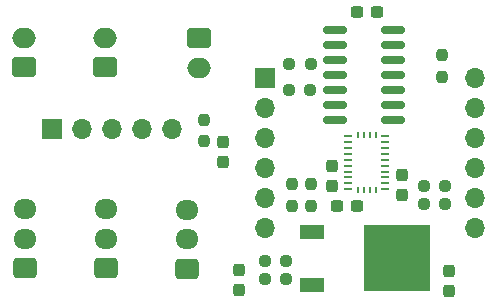
<source format=gts>
G04 #@! TF.GenerationSoftware,KiCad,Pcbnew,7.0.8*
G04 #@! TF.CreationDate,2024-04-19T19:29:06-04:00*
G04 #@! TF.ProjectId,2 Axis Gimbal,32204178-6973-4204-9769-6d62616c2e6b,rev?*
G04 #@! TF.SameCoordinates,Original*
G04 #@! TF.FileFunction,Soldermask,Top*
G04 #@! TF.FilePolarity,Negative*
%FSLAX46Y46*%
G04 Gerber Fmt 4.6, Leading zero omitted, Abs format (unit mm)*
G04 Created by KiCad (PCBNEW 7.0.8) date 2024-04-19 19:29:06*
%MOMM*%
%LPD*%
G01*
G04 APERTURE LIST*
G04 Aperture macros list*
%AMRoundRect*
0 Rectangle with rounded corners*
0 $1 Rounding radius*
0 $2 $3 $4 $5 $6 $7 $8 $9 X,Y pos of 4 corners*
0 Add a 4 corners polygon primitive as box body*
4,1,4,$2,$3,$4,$5,$6,$7,$8,$9,$2,$3,0*
0 Add four circle primitives for the rounded corners*
1,1,$1+$1,$2,$3*
1,1,$1+$1,$4,$5*
1,1,$1+$1,$6,$7*
1,1,$1+$1,$8,$9*
0 Add four rect primitives between the rounded corners*
20,1,$1+$1,$2,$3,$4,$5,0*
20,1,$1+$1,$4,$5,$6,$7,0*
20,1,$1+$1,$6,$7,$8,$9,0*
20,1,$1+$1,$8,$9,$2,$3,0*%
G04 Aperture macros list end*
%ADD10RoundRect,0.237500X-0.237500X0.300000X-0.237500X-0.300000X0.237500X-0.300000X0.237500X0.300000X0*%
%ADD11RoundRect,0.237500X0.237500X-0.300000X0.237500X0.300000X-0.237500X0.300000X-0.237500X-0.300000X0*%
%ADD12RoundRect,0.237500X0.250000X0.237500X-0.250000X0.237500X-0.250000X-0.237500X0.250000X-0.237500X0*%
%ADD13RoundRect,0.237500X0.237500X-0.250000X0.237500X0.250000X-0.237500X0.250000X-0.237500X-0.250000X0*%
%ADD14RoundRect,0.237500X0.237500X-0.287500X0.237500X0.287500X-0.237500X0.287500X-0.237500X-0.287500X0*%
%ADD15RoundRect,0.237500X-0.237500X0.250000X-0.237500X-0.250000X0.237500X-0.250000X0.237500X0.250000X0*%
%ADD16RoundRect,0.250000X-0.750000X0.600000X-0.750000X-0.600000X0.750000X-0.600000X0.750000X0.600000X0*%
%ADD17O,2.000000X1.700000*%
%ADD18RoundRect,0.237500X-0.250000X-0.237500X0.250000X-0.237500X0.250000X0.237500X-0.250000X0.237500X0*%
%ADD19RoundRect,0.250000X0.750000X-0.600000X0.750000X0.600000X-0.750000X0.600000X-0.750000X-0.600000X0*%
%ADD20R,2.000000X1.200000*%
%ADD21R,5.600000X5.600000*%
%ADD22RoundRect,0.250000X0.725000X-0.600000X0.725000X0.600000X-0.725000X0.600000X-0.725000X-0.600000X0*%
%ADD23O,1.950000X1.700000*%
%ADD24RoundRect,0.237500X0.300000X0.237500X-0.300000X0.237500X-0.300000X-0.237500X0.300000X-0.237500X0*%
%ADD25R,0.675000X0.250000*%
%ADD26R,0.250000X0.575000*%
%ADD27RoundRect,0.150000X-0.825000X-0.150000X0.825000X-0.150000X0.825000X0.150000X-0.825000X0.150000X0*%
%ADD28R,1.700000X1.700000*%
%ADD29O,1.700000X1.700000*%
G04 APERTURE END LIST*
D10*
X96350000Y-91151500D03*
X96350000Y-92876500D03*
D11*
X110158000Y-84807000D03*
X110158000Y-83082000D03*
D12*
X100350000Y-90414000D03*
X98525000Y-90414000D03*
D13*
X102403377Y-85747637D03*
X102403377Y-83922637D03*
D10*
X114150000Y-91251500D03*
X114150000Y-92976500D03*
D14*
X94996000Y-82042000D03*
X94996000Y-80292000D03*
D15*
X100838000Y-83923500D03*
X100838000Y-85748500D03*
D16*
X92981149Y-71528028D03*
D17*
X92981149Y-74028028D03*
D18*
X111967000Y-84074000D03*
X113792000Y-84074000D03*
D19*
X85008915Y-74022112D03*
D17*
X85008915Y-71522112D03*
D20*
X102550000Y-87920000D03*
X102550000Y-92420000D03*
D21*
X109750000Y-90170000D03*
D22*
X85050557Y-91028664D03*
D23*
X85050557Y-88528664D03*
X85050557Y-86028664D03*
D22*
X91927877Y-91046155D03*
D23*
X91927877Y-88546155D03*
X91927877Y-86046155D03*
D22*
X78192557Y-91028664D03*
D23*
X78192557Y-88528664D03*
X78192557Y-86028664D03*
D24*
X108050500Y-69342000D03*
X106325500Y-69342000D03*
D18*
X98525000Y-91914000D03*
X100350000Y-91914000D03*
D15*
X113538000Y-73001500D03*
X113538000Y-74826500D03*
D18*
X111967000Y-85598000D03*
X113792000Y-85598000D03*
D24*
X106332929Y-85767775D03*
X104607929Y-85767775D03*
D12*
X102396068Y-73710475D03*
X100571068Y-73710475D03*
D11*
X104219598Y-84085987D03*
X104219598Y-82360987D03*
D25*
X105586000Y-84328000D03*
D26*
X106399000Y-84391000D03*
X106899000Y-84391000D03*
X107399000Y-84391000D03*
X107899000Y-84391000D03*
D25*
X108712000Y-84328000D03*
X108712000Y-83828000D03*
X108712000Y-83328000D03*
X108712000Y-82828000D03*
X108712000Y-82328000D03*
X108712000Y-81828000D03*
X108712000Y-81328000D03*
X108712000Y-80828000D03*
X108712000Y-80328000D03*
X108712000Y-79828000D03*
D26*
X107899000Y-79765000D03*
X107399000Y-79765000D03*
X106899000Y-79765000D03*
X106399000Y-79765000D03*
D25*
X105586000Y-79828000D03*
X105586000Y-80328000D03*
X105586000Y-80828000D03*
X105586000Y-81328000D03*
X105586000Y-81828000D03*
X105586000Y-82328000D03*
X105586000Y-82828000D03*
X105586000Y-83328000D03*
X105586000Y-83828000D03*
D27*
X104459000Y-70866000D03*
X104459000Y-72136000D03*
X104459000Y-73406000D03*
X104459000Y-74676000D03*
X104459000Y-75946000D03*
X104459000Y-77216000D03*
X104459000Y-78486000D03*
X109409000Y-78486000D03*
X109409000Y-77216000D03*
X109409000Y-75946000D03*
X109409000Y-74676000D03*
X109409000Y-73406000D03*
X109409000Y-72136000D03*
X109409000Y-70866000D03*
D28*
X80518000Y-79248000D03*
D29*
X83058000Y-79248000D03*
X85598000Y-79248000D03*
X88138000Y-79248000D03*
X90678000Y-79248000D03*
D18*
X100560675Y-75942075D03*
X102385675Y-75942075D03*
D15*
X93345000Y-78439000D03*
X93345000Y-80264000D03*
D28*
X98552000Y-74930000D03*
D29*
X98552000Y-77470000D03*
X98552000Y-80010000D03*
X98552000Y-82550000D03*
X98552000Y-85090000D03*
X98552000Y-87630000D03*
X116332000Y-87630000D03*
X116332000Y-85090000D03*
X116332000Y-82550000D03*
X116332000Y-80010000D03*
X116332000Y-77470000D03*
X116332000Y-74930000D03*
D19*
X78106887Y-74010092D03*
D17*
X78106887Y-71510092D03*
M02*

</source>
